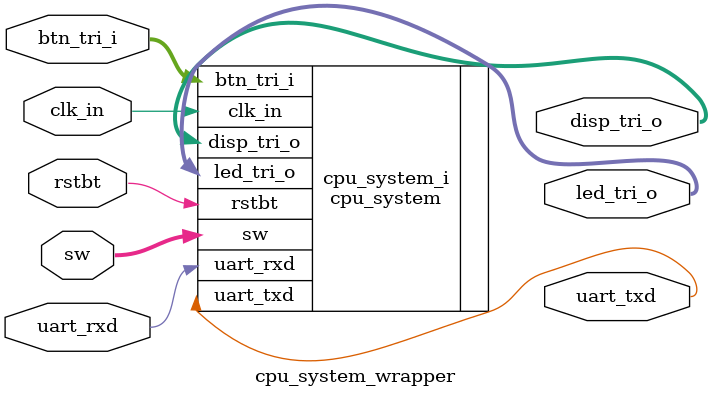
<source format=v>
`timescale 1 ps / 1 ps

module cpu_system_wrapper
   (btn_tri_i,
    clk_in,
    disp_tri_o,
    led_tri_o,
    rstbt,
    sw,
    uart_rxd,
    uart_txd);
  input [3:0]btn_tri_i;
  input clk_in;
  output [11:0]disp_tri_o;
  output [23:0]led_tri_o;
  input rstbt;
  input [7:0]sw;
  input uart_rxd;
  output uart_txd;

  wire [3:0]btn_tri_i;
  wire clk_in;
  wire [11:0]disp_tri_o;
  wire [23:0]led_tri_o;
  wire rstbt;
  wire [7:0]sw;
  wire uart_rxd;
  wire uart_txd;

  cpu_system cpu_system_i
       (.btn_tri_i(btn_tri_i),
        .clk_in(clk_in),
        .disp_tri_o(disp_tri_o),
        .led_tri_o(led_tri_o),
        .rstbt(rstbt),
        .sw(sw),
        .uart_rxd(uart_rxd),
        .uart_txd(uart_txd));
endmodule

</source>
